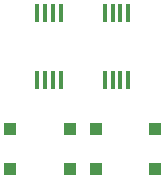
<source format=gbp>
G04 ---------------------------- Layer name :BOTTOM PASTER LAYER*
G04 easyEDA 0.1*
G04 Scale: 100 percent, Rotated: No, Reflected: No *
G04 Dimensions in inches *
G04 leading zeros omitted , absolute positions ,2 integer and 4 * 
%FSLAX24Y24*%
%MOIN*%
G90*
G70D02*

%ADD12R,0.013780X0.059055*%
%ADD13R,0.043307X0.043307*%

%LPD*%
G54D12*
G01X1497Y8922D03*
G01X2268Y8922D03*
G01X2016Y8922D03*
G01X1765Y8922D03*
G01X1497Y6708D03*
G01X2268Y6708D03*
G01X2016Y6708D03*
G01X1764Y6708D03*
G01X3745Y8927D03*
G01X4517Y8927D03*
G01X4265Y8927D03*
G01X4013Y8927D03*
G01X3745Y6713D03*
G01X4517Y6713D03*
G01X4265Y6713D03*
G01X4013Y6713D03*
G54D13*
G01X597Y5069D03*
G01X597Y3730D03*
G01X2566Y5069D03*
G01X2566Y3730D03*
G01X3436Y5072D03*
G01X3436Y3733D03*
G01X5404Y5072D03*
G01X5405Y3733D03*

M00*
M02*
</source>
